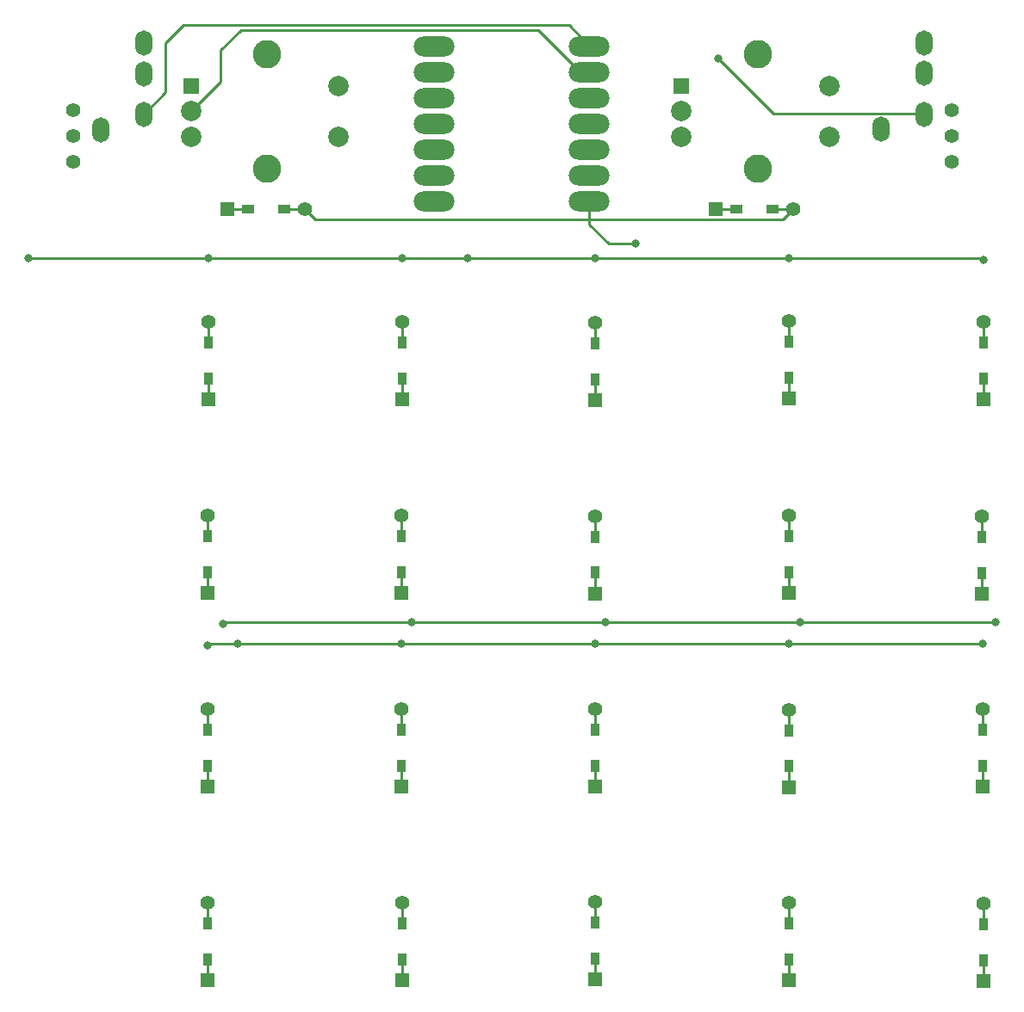
<source format=gtl>
G04 #@! TF.GenerationSoftware,KiCad,Pcbnew,(5.1.6-0-10_14)*
G04 #@! TF.CreationDate,2022-08-26T17:56:11+09:00*
G04 #@! TF.ProjectId,cool640xiao,636f6f6c-3634-4307-9869-616f2e6b6963,rev?*
G04 #@! TF.SameCoordinates,Original*
G04 #@! TF.FileFunction,Copper,L1,Top*
G04 #@! TF.FilePolarity,Positive*
%FSLAX46Y46*%
G04 Gerber Fmt 4.6, Leading zero omitted, Abs format (unit mm)*
G04 Created by KiCad (PCBNEW (5.1.6-0-10_14)) date 2022-08-26 17:56:11*
%MOMM*%
%LPD*%
G01*
G04 APERTURE LIST*
G04 #@! TA.AperFunction,ComponentPad*
%ADD10O,1.700000X2.500000*%
G04 #@! TD*
G04 #@! TA.AperFunction,SMDPad,CuDef*
%ADD11R,0.950000X1.300000*%
G04 #@! TD*
G04 #@! TA.AperFunction,ComponentPad*
%ADD12C,1.397000*%
G04 #@! TD*
G04 #@! TA.AperFunction,ComponentPad*
%ADD13R,1.397000X1.397000*%
G04 #@! TD*
G04 #@! TA.AperFunction,ComponentPad*
%ADD14R,1.500000X1.500000*%
G04 #@! TD*
G04 #@! TA.AperFunction,ComponentPad*
%ADD15C,2.000000*%
G04 #@! TD*
G04 #@! TA.AperFunction,ComponentPad*
%ADD16C,2.800000*%
G04 #@! TD*
G04 #@! TA.AperFunction,ComponentPad*
%ADD17O,4.000000X2.000000*%
G04 #@! TD*
G04 #@! TA.AperFunction,SMDPad,CuDef*
%ADD18R,1.300000X0.950000*%
G04 #@! TD*
G04 #@! TA.AperFunction,ViaPad*
%ADD19C,0.800000*%
G04 #@! TD*
G04 #@! TA.AperFunction,Conductor*
%ADD20C,0.250000*%
G04 #@! TD*
G04 APERTURE END LIST*
D10*
X-2460000Y20350000D03*
X1740000Y21850000D03*
X1740000Y25850000D03*
X1740000Y28850000D03*
D11*
X84290000Y-57815000D03*
D12*
X84290000Y-55780000D03*
D13*
X84290000Y-63400000D03*
D11*
X84290000Y-61365000D03*
X27160000Y-625000D03*
D12*
X27160000Y1410000D03*
D13*
X27160000Y-6210000D03*
D11*
X27160000Y-4175000D03*
X8110000Y-585000D03*
D12*
X8110000Y1450000D03*
D13*
X8110000Y-6170000D03*
D11*
X8110000Y-4135000D03*
X65230000Y-555000D03*
D12*
X65230000Y1480000D03*
D13*
X65230000Y-6140000D03*
D11*
X65230000Y-4105000D03*
X46120000Y-675000D03*
D12*
X46120000Y1360000D03*
D13*
X46120000Y-6260000D03*
D11*
X46120000Y-4225000D03*
X84300000Y-615000D03*
D12*
X84300000Y1420000D03*
D13*
X84300000Y-6200000D03*
D11*
X84300000Y-4165000D03*
X84200000Y-19725000D03*
D12*
X84200000Y-17690000D03*
D13*
X84200000Y-25310000D03*
D11*
X84200000Y-23275000D03*
X65220000Y-19645000D03*
D12*
X65220000Y-17610000D03*
D13*
X65220000Y-25230000D03*
D11*
X65220000Y-23195000D03*
X46140000Y-19695000D03*
D12*
X46140000Y-17660000D03*
D13*
X46140000Y-25280000D03*
D11*
X46140000Y-23245000D03*
X27090000Y-19655000D03*
D12*
X27090000Y-17620000D03*
D13*
X27090000Y-25240000D03*
D11*
X27090000Y-23205000D03*
X8070000Y-19655000D03*
D12*
X8070000Y-17620000D03*
D13*
X8070000Y-25240000D03*
D11*
X8070000Y-23205000D03*
X65210000Y-57715000D03*
D12*
X65210000Y-55680000D03*
D13*
X65210000Y-63300000D03*
D11*
X65210000Y-61265000D03*
X46160000Y-57685000D03*
D12*
X46160000Y-55650000D03*
D13*
X46160000Y-63270000D03*
D11*
X46160000Y-61235000D03*
X27150000Y-57755000D03*
D12*
X27150000Y-55720000D03*
D13*
X27150000Y-63340000D03*
D11*
X27150000Y-61305000D03*
X8050000Y-57775000D03*
D12*
X8050000Y-55740000D03*
D13*
X8050000Y-63360000D03*
D11*
X8050000Y-61325000D03*
X84220000Y-38725000D03*
D12*
X84220000Y-36690000D03*
D13*
X84220000Y-44310000D03*
D11*
X84220000Y-42275000D03*
X65170000Y-38745000D03*
D12*
X65170000Y-36710000D03*
D13*
X65170000Y-44330000D03*
D11*
X65170000Y-42295000D03*
X46150000Y-38735000D03*
D12*
X46150000Y-36700000D03*
D13*
X46150000Y-44320000D03*
D11*
X46150000Y-42285000D03*
X27060000Y-38675000D03*
D12*
X27060000Y-36640000D03*
D13*
X27060000Y-44260000D03*
D11*
X27060000Y-42225000D03*
X8030000Y-38685000D03*
D12*
X8030000Y-36650000D03*
D13*
X8030000Y-44270000D03*
D11*
X8030000Y-42235000D03*
D10*
X78490000Y28860000D03*
X78490000Y25860000D03*
X78490000Y21860000D03*
X74290000Y20360000D03*
D14*
X6400000Y24640000D03*
D15*
X6400000Y22140000D03*
X6400000Y19640000D03*
D16*
X13900000Y27740000D03*
X13900000Y16540000D03*
D15*
X20900000Y24640000D03*
X20900000Y19640000D03*
X69150000Y19640000D03*
X69150000Y24640000D03*
D16*
X62150000Y16540000D03*
X62150000Y27740000D03*
D15*
X54650000Y19640000D03*
X54650000Y22140000D03*
D14*
X54650000Y24640000D03*
D17*
X45580000Y23450000D03*
X45580000Y20910000D03*
X45580000Y18370000D03*
X45580000Y15830000D03*
X45580000Y13290000D03*
X30340000Y13290000D03*
X30340000Y15830000D03*
X30340000Y18370000D03*
X30340000Y20910000D03*
X30340000Y23450000D03*
X45580000Y25990000D03*
X30340000Y25990000D03*
X45580000Y28530000D03*
X30340000Y28530000D03*
D18*
X12015000Y12550000D03*
D13*
X9980000Y12550000D03*
D12*
X17600000Y12550000D03*
D18*
X15565000Y12550000D03*
X63615000Y12560000D03*
D12*
X65650000Y12560000D03*
D13*
X58030000Y12560000D03*
D18*
X60065000Y12560000D03*
D12*
X-5130000Y22260000D03*
X-5130000Y19720000D03*
X-5130000Y17180000D03*
X81200000Y17180000D03*
X81200000Y19720000D03*
X81200000Y22260000D03*
D19*
X8100000Y7730000D03*
X84370000Y7550000D03*
X65170000Y7730000D03*
X46110000Y7730000D03*
X27140000Y7730000D03*
X33610000Y7730000D03*
X-9560000Y7730000D03*
X85520000Y-28100000D03*
X9530000Y-28320000D03*
X28100000Y-28100000D03*
X47180000Y-28100000D03*
X66310000Y-28100000D03*
X84280000Y-30200000D03*
X8060000Y-30360000D03*
X27060000Y-30200000D03*
X46130000Y-30200000D03*
X65220000Y-30200000D03*
X10990000Y-30200000D03*
X58270000Y27330000D03*
X50090000Y9140000D03*
D20*
X8110000Y-4135000D02*
X8110000Y-6170000D01*
X27160000Y-4175000D02*
X27160000Y-6210000D01*
X46120000Y-4225000D02*
X46120000Y-6260000D01*
X65230000Y-4105000D02*
X65230000Y-6140000D01*
X84300000Y-4165000D02*
X84300000Y-6200000D01*
X8070000Y-23205000D02*
X8070000Y-25240000D01*
X27090000Y-23205000D02*
X27090000Y-25240000D01*
X46140000Y-23245000D02*
X46140000Y-25280000D01*
X65220000Y-23195000D02*
X65220000Y-25230000D01*
X84200000Y-23275000D02*
X84200000Y-25310000D01*
X8030000Y-42235000D02*
X8030000Y-44270000D01*
X27060000Y-42225000D02*
X27060000Y-44260000D01*
X46150000Y-42285000D02*
X46150000Y-44320000D01*
X65170000Y-44330000D02*
X65170000Y-42295000D01*
X84220000Y-42275000D02*
X84220000Y-44310000D01*
X8050000Y-61325000D02*
X8050000Y-63360000D01*
X27150000Y-61305000D02*
X27150000Y-63340000D01*
X46160000Y-61235000D02*
X46160000Y-63270000D01*
X65210000Y-61265000D02*
X65210000Y-63300000D01*
X84290000Y-61365000D02*
X84290000Y-63400000D01*
X84190000Y7730000D02*
X84370000Y7550000D01*
X65170000Y7730000D02*
X84190000Y7730000D01*
X46110000Y7730000D02*
X65170000Y7730000D01*
X8100000Y7730000D02*
X27140000Y7730000D01*
X33610000Y7730000D02*
X46110000Y7730000D01*
X27140000Y7730000D02*
X33610000Y7730000D01*
X-9560000Y7730000D02*
X8100000Y7730000D01*
X84300000Y1420000D02*
X84300000Y-615000D01*
X65230000Y1480000D02*
X65230000Y-555000D01*
X46120000Y-675000D02*
X46120000Y1360000D01*
X27160000Y-625000D02*
X27160000Y1410000D01*
X8110000Y-585000D02*
X8110000Y1450000D01*
X9750000Y-28100000D02*
X9530000Y-28320000D01*
X28100000Y-28100000D02*
X9750000Y-28100000D01*
X47180000Y-28100000D02*
X28100000Y-28100000D01*
X66310000Y-28100000D02*
X47180000Y-28100000D01*
X85520000Y-28100000D02*
X66310000Y-28100000D01*
X8070000Y-17620000D02*
X8070000Y-19655000D01*
X27090000Y-17620000D02*
X27090000Y-19655000D01*
X46140000Y-17660000D02*
X46140000Y-19695000D01*
X65220000Y-17610000D02*
X65220000Y-19645000D01*
X84200000Y-17690000D02*
X84200000Y-19725000D01*
X8220000Y-30200000D02*
X8060000Y-30360000D01*
X46130000Y-30200000D02*
X27060000Y-30200000D01*
X65220000Y-30200000D02*
X46130000Y-30200000D01*
X84280000Y-30200000D02*
X65220000Y-30200000D01*
X10990000Y-30200000D02*
X8220000Y-30200000D01*
X27060000Y-30200000D02*
X10990000Y-30200000D01*
X84220000Y-36690000D02*
X84220000Y-38725000D01*
X65170000Y-38745000D02*
X65170000Y-36710000D01*
X46150000Y-36700000D02*
X46150000Y-38735000D01*
X27060000Y-36640000D02*
X27060000Y-38675000D01*
X8030000Y-36650000D02*
X8030000Y-38685000D01*
X8050000Y-55740000D02*
X8050000Y-57775000D01*
X27150000Y-55720000D02*
X27150000Y-57755000D01*
X46160000Y-55650000D02*
X46160000Y-57685000D01*
X65210000Y-55680000D02*
X65210000Y-57715000D01*
X84290000Y-55780000D02*
X84290000Y-57815000D01*
X6400000Y22140000D02*
X9340000Y25080000D01*
X9340000Y28160000D02*
X11349990Y30169990D01*
X9340000Y25080000D02*
X9340000Y28160000D01*
X11349990Y30169990D02*
X40560010Y30169990D01*
X44740000Y25990000D02*
X45580000Y25990000D01*
X40560010Y30169990D02*
X44740000Y25990000D01*
X78414990Y21935010D02*
X78490000Y21860000D01*
X63664990Y21935010D02*
X78414990Y21935010D01*
X58270000Y27330000D02*
X63664990Y21935010D01*
X45580000Y28530000D02*
X45580000Y28630000D01*
X45580000Y28630000D02*
X43590000Y30620000D01*
X43590000Y30620000D02*
X5680000Y30620000D01*
X5680000Y30620000D02*
X3940000Y28880000D01*
X3940000Y24050000D02*
X1740000Y21850000D01*
X3940000Y28880000D02*
X3940000Y24050000D01*
X15565000Y12550000D02*
X17600000Y12550000D01*
X63615000Y12560000D02*
X65650000Y12560000D01*
X45580000Y11550000D02*
X45580000Y13290000D01*
X18600000Y11550000D02*
X17600000Y12550000D01*
X45580000Y11550000D02*
X18600000Y11550000D01*
X64626499Y11536499D02*
X65650000Y12560000D01*
X57071499Y11536499D02*
X64626499Y11536499D01*
X57057998Y11550000D02*
X57071499Y11536499D01*
X45580000Y11550000D02*
X57057998Y11550000D01*
X45580000Y11550000D02*
X45580000Y11020000D01*
X47460000Y9140000D02*
X50090000Y9140000D01*
X45580000Y11020000D02*
X47460000Y9140000D01*
X9980000Y12550000D02*
X12015000Y12550000D01*
X58030000Y12560000D02*
X60065000Y12560000D01*
M02*

</source>
